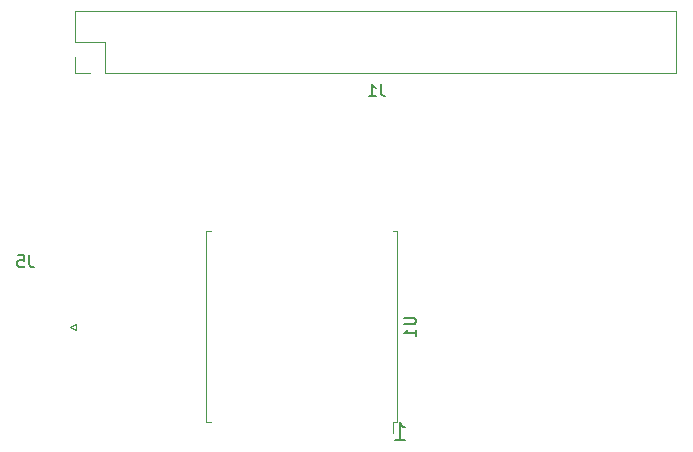
<source format=gbr>
%TF.GenerationSoftware,KiCad,Pcbnew,7.0.1-0*%
%TF.CreationDate,2023-11-24T13:11:02+01:00*%
%TF.ProjectId,LoRa_Hat,4c6f5261-5f48-4617-942e-6b696361645f,rev?*%
%TF.SameCoordinates,Original*%
%TF.FileFunction,Legend,Bot*%
%TF.FilePolarity,Positive*%
%FSLAX46Y46*%
G04 Gerber Fmt 4.6, Leading zero omitted, Abs format (unit mm)*
G04 Created by KiCad (PCBNEW 7.0.1-0) date 2023-11-24 13:11:02*
%MOMM*%
%LPD*%
G01*
G04 APERTURE LIST*
%ADD10C,0.200000*%
%ADD11C,0.150000*%
%ADD12C,0.120000*%
G04 APERTURE END LIST*
D10*
X144541427Y-109203928D02*
X145398570Y-109203928D01*
X144969999Y-109203928D02*
X144969999Y-107703928D01*
X144969999Y-107703928D02*
X145112856Y-107918214D01*
X145112856Y-107918214D02*
X145255713Y-108061071D01*
X145255713Y-108061071D02*
X145398570Y-108132500D01*
D11*
%TO.C,J1*%
X143353333Y-79072619D02*
X143353333Y-79786904D01*
X143353333Y-79786904D02*
X143400952Y-79929761D01*
X143400952Y-79929761D02*
X143496190Y-80025000D01*
X143496190Y-80025000D02*
X143639047Y-80072619D01*
X143639047Y-80072619D02*
X143734285Y-80072619D01*
X142353333Y-80072619D02*
X142924761Y-80072619D01*
X142639047Y-80072619D02*
X142639047Y-79072619D01*
X142639047Y-79072619D02*
X142734285Y-79215476D01*
X142734285Y-79215476D02*
X142829523Y-79310714D01*
X142829523Y-79310714D02*
X142924761Y-79358333D01*
%TO.C,U1*%
X145332619Y-98848095D02*
X146142142Y-98848095D01*
X146142142Y-98848095D02*
X146237380Y-98895714D01*
X146237380Y-98895714D02*
X146285000Y-98943333D01*
X146285000Y-98943333D02*
X146332619Y-99038571D01*
X146332619Y-99038571D02*
X146332619Y-99229047D01*
X146332619Y-99229047D02*
X146285000Y-99324285D01*
X146285000Y-99324285D02*
X146237380Y-99371904D01*
X146237380Y-99371904D02*
X146142142Y-99419523D01*
X146142142Y-99419523D02*
X145332619Y-99419523D01*
X146332619Y-100419523D02*
X146332619Y-99848095D01*
X146332619Y-100133809D02*
X145332619Y-100133809D01*
X145332619Y-100133809D02*
X145475476Y-100038571D01*
X145475476Y-100038571D02*
X145570714Y-99943333D01*
X145570714Y-99943333D02*
X145618333Y-99848095D01*
%TO.C,J5*%
X113603333Y-93572619D02*
X113603333Y-94286904D01*
X113603333Y-94286904D02*
X113650952Y-94429761D01*
X113650952Y-94429761D02*
X113746190Y-94525000D01*
X113746190Y-94525000D02*
X113889047Y-94572619D01*
X113889047Y-94572619D02*
X113984285Y-94572619D01*
X112650952Y-93572619D02*
X113127142Y-93572619D01*
X113127142Y-93572619D02*
X113174761Y-94048809D01*
X113174761Y-94048809D02*
X113127142Y-94001190D01*
X113127142Y-94001190D02*
X113031904Y-93953571D01*
X113031904Y-93953571D02*
X112793809Y-93953571D01*
X112793809Y-93953571D02*
X112698571Y-94001190D01*
X112698571Y-94001190D02*
X112650952Y-94048809D01*
X112650952Y-94048809D02*
X112603333Y-94144047D01*
X112603333Y-94144047D02*
X112603333Y-94382142D01*
X112603333Y-94382142D02*
X112650952Y-94477380D01*
X112650952Y-94477380D02*
X112698571Y-94525000D01*
X112698571Y-94525000D02*
X112793809Y-94572619D01*
X112793809Y-94572619D02*
X113031904Y-94572619D01*
X113031904Y-94572619D02*
X113127142Y-94525000D01*
X113127142Y-94525000D02*
X113174761Y-94477380D01*
D12*
%TO.C,J1*%
X168360000Y-72900000D02*
X168360000Y-78100000D01*
X117440000Y-72900000D02*
X168360000Y-72900000D01*
X117440000Y-72900000D02*
X117440000Y-75500000D01*
X120040000Y-75500000D02*
X120040000Y-78100000D01*
X117440000Y-75500000D02*
X120040000Y-75500000D01*
X117440000Y-76770000D02*
X117440000Y-78100000D01*
X120040000Y-78100000D02*
X168360000Y-78100000D01*
X117440000Y-78100000D02*
X118770000Y-78100000D01*
%TO.C,U1*%
X128570000Y-107710000D02*
X128570000Y-91510000D01*
X128970000Y-107710000D02*
X128570000Y-107710000D01*
X144420000Y-107710000D02*
X144420000Y-108610000D01*
X144770000Y-107710000D02*
X144420000Y-107710000D01*
X144770000Y-107710000D02*
X144770000Y-91510000D01*
X128570000Y-91510000D02*
X128970000Y-91510000D01*
X144770000Y-91510000D02*
X144370000Y-91510000D01*
%TO.C,J5*%
X117070000Y-99610000D02*
X117570000Y-99860000D01*
X117570000Y-99360000D02*
X117070000Y-99610000D01*
X117570000Y-99860000D02*
X117570000Y-99360000D01*
%TD*%
M02*

</source>
